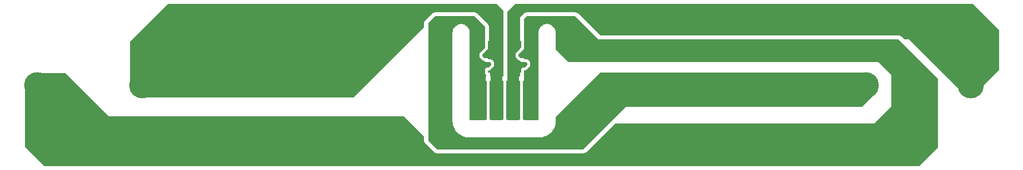
<source format=gbr>
%TF.GenerationSoftware,Altium Limited,Altium Designer,20.2.6 (244)*%
G04 Layer_Physical_Order=1*
G04 Layer_Color=255*
%FSLAX45Y45*%
%MOMM*%
%TF.SameCoordinates,5F830152-65C5-4415-BC49-C393C33858C2*%
%TF.FilePolarity,Positive*%
%TF.FileFunction,Copper,L1,Top,Signal*%
%TF.Part,Single*%
G01*
G75*
%TA.AperFunction,SMDPad,CuDef*%
%ADD10R,0.50000X0.50000*%
%ADD11C,4.00000*%
%ADD12R,1.00000X6.00000*%
G36*
X15779471Y2492119D02*
X15788097Y2491903D01*
X16183469Y2096532D01*
Y1487830D01*
X15945447Y1249810D01*
X15636246Y1127022D01*
X14813268Y1950000D01*
X14741283D01*
X14698026Y1993257D01*
X14678178Y2006519D01*
X14654767Y2011175D01*
X10107093D01*
X9771754Y2346515D01*
X9751907Y2359776D01*
X9728496Y2364433D01*
X8988010D01*
X8964599Y2359776D01*
X8944752Y2346515D01*
X8901495Y2303257D01*
X8888234Y2283411D01*
X8883577Y2260000D01*
X8883578Y1933361D01*
X8884370Y1929377D01*
X8904762Y1929377D01*
X8904759Y1834388D01*
X8883578Y1813202D01*
Y1800878D01*
X8830930Y1748211D01*
X8830929Y1748211D01*
X8830928Y1748210D01*
X8830915Y1748197D01*
X8826648Y1741809D01*
X8822084Y1734983D01*
X8822082Y1734972D01*
X8822076Y1734964D01*
X8820478Y1726922D01*
X8818975Y1719376D01*
Y1719358D01*
X8818974Y1719356D01*
X8818975Y1719355D01*
X8818968Y1696893D01*
X8818969Y1696886D01*
X8818968Y1696880D01*
X8820556Y1688895D01*
X8822067Y1681285D01*
X8822071Y1681279D01*
X8822072Y1681273D01*
X8826391Y1674809D01*
X8830904Y1668051D01*
X8830909Y1668047D01*
X8830913Y1668042D01*
X8868419Y1630536D01*
X8868419Y1630535D01*
X8868420Y1630535D01*
X8875002Y1626137D01*
X8881650Y1621695D01*
X8881651Y1621695D01*
X8881651Y1621694D01*
X8891213Y1619793D01*
X8895285Y1613699D01*
X8899837Y1606884D01*
X8982259Y1606872D01*
X8999753Y1589378D01*
X8999750Y1561866D01*
X8954762Y1516878D01*
X8917249Y1516878D01*
X8904753Y1504377D01*
X8904749Y1439377D01*
X8884358Y1439377D01*
X8883579Y1435461D01*
X8883579Y1392108D01*
X8874598Y1383128D01*
X8865539D01*
Y714667D01*
X8691339D01*
Y1368659D01*
X8694217Y1383128D01*
Y2370464D01*
X8816069Y2492317D01*
X15755722D01*
X15755724Y2492317D01*
X15755727Y2492317D01*
X15763643Y2492317D01*
X15779471Y2492119D01*
D02*
G37*
G36*
X8527683Y2492317D02*
X8633041Y2386959D01*
Y1383128D01*
X8611539D01*
Y714667D01*
X8437339D01*
Y1383128D01*
X8433532D01*
X8433532Y1383128D01*
Y1405477D01*
X8432357Y1411386D01*
X8432357Y1417409D01*
X8430051Y1422976D01*
X8428875Y1428888D01*
X8425528Y1433897D01*
X8423257Y1439381D01*
X8393611Y1439383D01*
X8393609Y1464374D01*
X8398621Y1469376D01*
X8414781Y1469375D01*
Y1478313D01*
X8419225Y1479197D01*
X8432457Y1488038D01*
X8477441Y1533022D01*
X8477442Y1533023D01*
X8477442Y1533024D01*
X8477445Y1533026D01*
X8481206Y1538655D01*
X8486284Y1546253D01*
X8486285Y1546255D01*
X8486286Y1546257D01*
X8488086Y1555308D01*
X8489390Y1561860D01*
Y1561863D01*
X8489390Y1561864D01*
X8489390Y1561866D01*
X8489393Y1589372D01*
X8489392Y1589374D01*
X8489393Y1589376D01*
X8487800Y1597385D01*
X8486290Y1604980D01*
X8486289Y1604981D01*
X8486288Y1604984D01*
X8481848Y1611629D01*
X8477451Y1618212D01*
X8477449Y1618213D01*
X8477448Y1618215D01*
X8459954Y1635708D01*
X8453943Y1639725D01*
X8446728Y1644547D01*
X8446725Y1644548D01*
X8446723Y1644549D01*
X8438096Y1646265D01*
X8431121Y1647654D01*
X8431117D01*
X8431115Y1647654D01*
X8431114Y1647654D01*
X8401218Y1647658D01*
X8400846Y1648351D01*
X8393611Y1657145D01*
Y1659374D01*
X8346114Y1659372D01*
X8308608Y1696878D01*
X8308615Y1719361D01*
X8393617Y1804392D01*
X8393612Y1929376D01*
X8414004D01*
X8414781Y1933283D01*
Y2138750D01*
X8410125Y2162161D01*
X8396863Y2182008D01*
X8232356Y2346515D01*
X8212509Y2359776D01*
X8189098Y2364433D01*
X7589931D01*
X7566520Y2359776D01*
X7546673Y2346515D01*
X7443416Y2243257D01*
X7430155Y2223411D01*
X7425498Y2200000D01*
Y2138825D01*
X6346673Y1060000D01*
X3102092D01*
X2943983Y1250000D01*
Y1913983D01*
X3522317Y2492317D01*
X8527683D01*
D02*
G37*
G36*
X8353606Y2138750D02*
Y1933283D01*
X8352829Y1929376D01*
X8352829Y1929375D01*
X8352829Y1929375D01*
X8353619D01*
X8353616Y1834386D01*
X8352832Y1833602D01*
X8352833Y1821281D01*
X8279786Y1748209D01*
X8279786Y1748209D01*
X8279785Y1748208D01*
X8279772Y1748195D01*
X8275505Y1741807D01*
X8270941Y1734981D01*
X8270938Y1734970D01*
X8270933Y1734962D01*
X8269334Y1726920D01*
X8267831Y1719374D01*
Y1719356D01*
X8267831Y1719354D01*
X8267831Y1719353D01*
X8267824Y1696891D01*
X8267825Y1696884D01*
X8267824Y1696878D01*
X8269412Y1688892D01*
X8270924Y1681283D01*
X8270927Y1681277D01*
X8270929Y1681271D01*
X8275248Y1674807D01*
X8279760Y1668049D01*
X8279766Y1668045D01*
X8279770Y1668040D01*
X8317275Y1630534D01*
X8317276Y1630533D01*
X8317276Y1630533D01*
X8323859Y1626135D01*
X8330507Y1621693D01*
X8330507Y1621693D01*
X8330508Y1621692D01*
X8335413Y1620717D01*
X8346113Y1618588D01*
X8353606Y1609482D01*
Y1606881D01*
X8431115Y1606870D01*
X8448609Y1589376D01*
X8448606Y1561864D01*
X8403618Y1516876D01*
X8366106Y1516876D01*
X8353610Y1504375D01*
X8353606Y1439375D01*
X8352828D01*
X8354484Y1431053D01*
X8355931Y1423778D01*
X8355932Y1423776D01*
X8355933Y1423773D01*
X8360634Y1416739D01*
X8364770Y1410547D01*
X8364773Y1410545D01*
X8364774Y1410543D01*
X8370967Y1406406D01*
X8372356Y1405477D01*
Y1383128D01*
X8357539D01*
Y714667D01*
X8119667D01*
Y2053491D01*
X8119666Y2053492D01*
X8119667Y2053918D01*
X8119585Y2054331D01*
X8119661Y2054744D01*
X8119649Y2055666D01*
X8119566Y2056061D01*
X8119634Y2056458D01*
X8119610Y2057380D01*
X8119521Y2057774D01*
X8119584Y2058172D01*
X8119549Y2059094D01*
X8119451Y2059502D01*
X8119511Y2059918D01*
X8119488Y2060352D01*
X8119488Y2060353D01*
X8119457Y2060964D01*
X8119325Y2061485D01*
X8119393Y2062017D01*
X8119308Y2063238D01*
X8119165Y2063763D01*
X8119225Y2064305D01*
X8119119Y2065525D01*
X8118969Y2066042D01*
X8119018Y2066578D01*
X8118891Y2067796D01*
X8118733Y2068306D01*
X8118773Y2068839D01*
X8118700Y2069447D01*
X8118683Y2069498D01*
X8118687Y2069553D01*
X8117173Y2081810D01*
X8113837Y2091902D01*
X8110944Y2102130D01*
X8099712Y2124130D01*
X8093125Y2132471D01*
X8086906Y2141093D01*
X8068826Y2157922D01*
X8059783Y2163506D01*
X8050990Y2169479D01*
X8028243Y2179107D01*
X8017833Y2181261D01*
X8007529Y2183865D01*
X7995195Y2184497D01*
X7995159Y2184491D01*
X7995124Y2184500D01*
X7994678Y2184522D01*
X7994292Y2184466D01*
X7993913Y2184556D01*
X7993020Y2184589D01*
X7992644Y2184529D01*
X7992272Y2184613D01*
X7991378Y2184636D01*
X7990986Y2184568D01*
X7990596Y2184650D01*
X7989703Y2184662D01*
X7989337Y2184594D01*
X7988973Y2184666D01*
X7988526Y2184667D01*
X7988525Y2184666D01*
X7988492D01*
X7988491Y2184667D01*
X7988490Y2184666D01*
X7988064Y2184667D01*
X7987651Y2184585D01*
X7987238Y2184662D01*
X7986316Y2184650D01*
X7985921Y2184566D01*
X7985524Y2184634D01*
X7984602Y2184610D01*
X7984208Y2184521D01*
X7983810Y2184585D01*
X7982888Y2184549D01*
X7982496Y2184455D01*
X7982098Y2184513D01*
X7981637Y2184489D01*
X7981633Y2184488D01*
X7981629Y2184489D01*
X7981018Y2184457D01*
X7980497Y2184325D01*
X7979965Y2184393D01*
X7978744Y2184309D01*
X7978218Y2184166D01*
X7977677Y2184226D01*
X7976457Y2184120D01*
X7975940Y2183969D01*
X7975404Y2184019D01*
X7974186Y2183892D01*
X7973662Y2183729D01*
X7973115Y2183770D01*
X7972507Y2183696D01*
X7972470Y2183684D01*
X7972429Y2183687D01*
X7960172Y2182173D01*
X7950080Y2178838D01*
X7939852Y2175944D01*
X7917852Y2164712D01*
X7909511Y2158125D01*
X7900889Y2151907D01*
X7884060Y2133826D01*
X7878476Y2124783D01*
X7872503Y2115990D01*
X7862875Y2093243D01*
X7860722Y2082835D01*
X7858117Y2072528D01*
X7857485Y2060194D01*
X7857491Y2060159D01*
X7857482Y2060125D01*
X7857460Y2059678D01*
X7857516Y2059293D01*
X7857426Y2058913D01*
X7857392Y2058020D01*
X7857453Y2057644D01*
X7857369Y2057272D01*
X7857346Y2056379D01*
X7857414Y2055986D01*
X7857332Y2055597D01*
X7857320Y2054703D01*
X7857391Y2054320D01*
X7857316Y2053938D01*
Y703504D01*
X7857315Y702252D01*
X7857395Y701849D01*
X7857320Y701445D01*
X7857353Y698941D01*
X7857436Y698548D01*
X7857368Y698153D01*
X7857433Y695650D01*
X7857522Y695256D01*
X7857459Y694856D01*
X7857556Y692354D01*
X7857651Y691957D01*
X7857592Y691553D01*
X7857657Y690303D01*
X7857742Y688660D01*
X7857877Y688131D01*
X7857807Y687589D01*
X7858037Y684274D01*
X7858179Y683754D01*
X7858120Y683217D01*
X7858407Y679907D01*
X7858558Y679388D01*
X7858508Y678851D01*
X7858853Y675546D01*
X7859013Y675027D01*
X7858973Y674485D01*
X7859174Y672836D01*
X7859188Y672793D01*
X7859185Y672746D01*
X7861223Y656238D01*
X7862907Y651145D01*
X7863448Y645807D01*
X7873198Y614002D01*
X7875741Y609277D01*
X7877202Y604114D01*
X7892328Y574486D01*
X7895654Y570275D01*
X7897989Y565445D01*
X7918031Y538895D01*
X7922037Y535325D01*
X7925176Y530974D01*
X7949527Y508309D01*
X7954092Y505490D01*
X7957939Y501750D01*
X7985856Y483659D01*
X7990842Y481676D01*
X7995280Y478661D01*
X8025915Y465695D01*
X8031169Y464608D01*
X8036063Y462410D01*
X8068485Y454963D01*
X8073848Y454805D01*
X8079050Y453490D01*
X8095661Y452639D01*
X8095696Y452644D01*
X8095730Y452636D01*
X8096941Y452575D01*
X8097322Y452631D01*
X8097697Y452542D01*
X8100121Y452450D01*
X8100511Y452512D01*
X8100896Y452426D01*
X8103321Y452365D01*
X8103704Y452431D01*
X8104084Y452351D01*
X8106509Y452320D01*
X8106900Y452393D01*
X8107291Y452316D01*
X8108504Y452316D01*
X9178478D01*
X9179730Y452316D01*
X9180133Y452396D01*
X9180537Y452321D01*
X9183041Y452353D01*
X9183434Y452437D01*
X9183829Y452369D01*
X9186332Y452433D01*
X9186726Y452523D01*
X9187126Y452459D01*
X9189628Y452556D01*
X9190019Y452650D01*
X9190416Y452592D01*
X9193322Y452743D01*
X9193851Y452877D01*
X9194393Y452807D01*
X9197708Y453037D01*
X9198228Y453179D01*
X9198765Y453120D01*
X9202075Y453407D01*
X9202594Y453558D01*
X9203131Y453508D01*
X9206436Y453853D01*
X9206955Y454014D01*
X9207497Y453973D01*
X9209146Y454174D01*
X9209189Y454188D01*
X9209236Y454185D01*
X9225744Y456223D01*
X9230837Y457907D01*
X9236175Y458448D01*
X9267980Y468198D01*
X9272705Y470741D01*
X9277868Y472202D01*
X9307496Y487328D01*
X9311707Y490654D01*
X9316537Y492989D01*
X9343087Y513031D01*
X9346657Y517038D01*
X9351008Y520177D01*
X9373673Y544527D01*
X9376492Y549092D01*
X9380232Y552939D01*
X9398323Y580856D01*
X9400306Y585842D01*
X9403321Y590280D01*
X9416287Y620915D01*
X9417374Y626169D01*
X9419572Y631063D01*
X9427019Y663485D01*
X9427177Y668848D01*
X9428492Y674050D01*
X9429343Y690661D01*
X9429338Y690696D01*
X9429346Y690730D01*
X9429407Y691941D01*
X9429351Y692322D01*
X9429440Y692697D01*
X9429532Y695121D01*
X9429470Y695511D01*
X9429556Y695896D01*
X9429617Y698321D01*
X9429551Y698704D01*
X9429631Y699084D01*
X9429662Y701509D01*
X9429589Y701901D01*
X9429666Y702291D01*
X9429666Y703504D01*
Y764658D01*
X10105008Y1440000D01*
X14154625D01*
X14280000Y1100000D01*
X14100000Y920000D01*
X10498069D01*
X9848069Y270000D01*
X7620000D01*
X7486673Y403327D01*
Y2200000D01*
X7589931Y2303257D01*
X8189098D01*
X8353606Y2138750D01*
D02*
G37*
G36*
X10081754Y1950000D02*
X14654767D01*
X15256671Y1348097D01*
Y296670D01*
X14974666Y14665D01*
X1635335D01*
X1339033Y310967D01*
Y1267647D01*
X1531626Y1434737D01*
X1960263D01*
X2625000Y770000D01*
X7120000D01*
X7425498Y464502D01*
Y403327D01*
X7430155Y379916D01*
X7443416Y360069D01*
X7576743Y226742D01*
X7596589Y213481D01*
X7620000Y208825D01*
X9848069D01*
X9871480Y213481D01*
X9891326Y226742D01*
X10331082Y666499D01*
X14280000D01*
X14539999Y926499D01*
Y1412552D01*
X14345665Y1606887D01*
X9620978D01*
X9429666Y1798199D01*
Y2053491D01*
X9429666Y2053492D01*
X9429666Y2053918D01*
X9429585Y2054331D01*
X9429661Y2054744D01*
X9429649Y2055666D01*
X9429566Y2056061D01*
X9429634Y2056458D01*
X9429610Y2057380D01*
X9429521Y2057774D01*
X9429584Y2058172D01*
X9429549Y2059094D01*
X9429455Y2059486D01*
X9429513Y2059884D01*
X9429489Y2060345D01*
X9429488Y2060349D01*
X9429489Y2060353D01*
X9429457Y2060964D01*
X9429325Y2061485D01*
X9429393Y2062017D01*
X9429308Y2063238D01*
X9429166Y2063763D01*
X9429225Y2064305D01*
X9429119Y2065525D01*
X9428969Y2066042D01*
X9429018Y2066578D01*
X9428891Y2067796D01*
X9428730Y2068318D01*
X9428771Y2068864D01*
X9428696Y2069472D01*
X9428683Y2069511D01*
X9428687Y2069553D01*
X9427173Y2081810D01*
X9423837Y2091902D01*
X9420944Y2102130D01*
X9409712Y2124130D01*
X9403125Y2132471D01*
X9396906Y2141093D01*
X9378826Y2157922D01*
X9369783Y2163506D01*
X9360990Y2169479D01*
X9338243Y2179107D01*
X9327834Y2181261D01*
X9317529Y2183865D01*
X9305195Y2184497D01*
X9305159Y2184491D01*
X9305125Y2184500D01*
X9304678Y2184522D01*
X9304293Y2184466D01*
X9303913Y2184556D01*
X9303020Y2184589D01*
X9302644Y2184529D01*
X9302272Y2184613D01*
X9301379Y2184636D01*
X9300986Y2184568D01*
X9300597Y2184650D01*
X9299703Y2184662D01*
X9299338Y2184594D01*
X9298973Y2184666D01*
X9298526Y2184667D01*
X9298524Y2184666D01*
X9298492D01*
X9298491Y2184667D01*
X9298490Y2184666D01*
X9298063Y2184667D01*
X9297651Y2184585D01*
X9297238Y2184662D01*
X9296316Y2184650D01*
X9295921Y2184566D01*
X9295523Y2184634D01*
X9294601Y2184610D01*
X9294208Y2184521D01*
X9293810Y2184585D01*
X9292888Y2184549D01*
X9292495Y2184455D01*
X9292094Y2184513D01*
X9291634Y2184489D01*
X9291631Y2184489D01*
X9291629Y2184489D01*
X9291018Y2184457D01*
X9290497Y2184325D01*
X9289965Y2184393D01*
X9288744Y2184309D01*
X9288219Y2184166D01*
X9287677Y2184226D01*
X9286457Y2184120D01*
X9285940Y2183969D01*
X9285404Y2184019D01*
X9284186Y2183892D01*
X9283664Y2183730D01*
X9283118Y2183771D01*
X9282510Y2183697D01*
X9282471Y2183684D01*
X9282429Y2183687D01*
X9270171Y2182173D01*
X9260080Y2178838D01*
X9249851Y2175944D01*
X9227852Y2164712D01*
X9219511Y2158125D01*
X9210889Y2151907D01*
X9194060Y2133826D01*
X9188476Y2124783D01*
X9182503Y2115990D01*
X9172875Y2093243D01*
X9170722Y2082835D01*
X9168117Y2072528D01*
X9167485Y2060194D01*
X9167490Y2060159D01*
X9167482Y2060125D01*
X9167459Y2059678D01*
X9167516Y2059293D01*
X9167426Y2058913D01*
X9167392Y2058020D01*
X9167453Y2057644D01*
X9167369Y2057272D01*
X9167346Y2056379D01*
X9167414Y2055986D01*
X9167331Y2055597D01*
X9167320Y2054703D01*
X9167395Y2054303D01*
X9167315Y2053903D01*
X9167316Y2053456D01*
Y714667D01*
X8945339D01*
Y1383128D01*
X8944754D01*
X8944754Y1435461D01*
X8945533Y1439375D01*
Y1439385D01*
X8944754D01*
X8944752Y1464376D01*
X8945534Y1465157D01*
X8945535Y1476095D01*
X8954762D01*
X8958637Y1476866D01*
X8970369Y1479199D01*
X8970369Y1479199D01*
X8970369D01*
X8977029Y1483650D01*
X8983600Y1488040D01*
X9028584Y1533024D01*
X9028585Y1533025D01*
X9028586Y1533026D01*
X9028588Y1533028D01*
X9032349Y1538657D01*
X9037427Y1546255D01*
X9037428Y1546258D01*
X9037429Y1546259D01*
X9039229Y1555310D01*
X9040533Y1561862D01*
Y1561865D01*
X9040534Y1561866D01*
X9040533Y1561868D01*
X9040536Y1589374D01*
X9040536Y1589376D01*
X9040536Y1589378D01*
X9038943Y1597387D01*
X9037433Y1604982D01*
X9037432Y1604983D01*
X9037432Y1604986D01*
X9032991Y1611632D01*
X9028594Y1618214D01*
X9028592Y1618215D01*
X9028591Y1618217D01*
X9011097Y1635710D01*
X9005086Y1639727D01*
X8997872Y1644549D01*
X8997868Y1644550D01*
X8997866Y1644551D01*
X8989240Y1646267D01*
X8982265Y1647656D01*
X8982260D01*
X8982259Y1647656D01*
X8982258Y1647656D01*
X8944754Y1647661D01*
Y1659376D01*
X8897257Y1659374D01*
X8859751Y1696880D01*
X8859758Y1719363D01*
X8944753Y1804387D01*
Y1830418D01*
X8944759Y1830448D01*
X8944756Y1929378D01*
X8945545D01*
X8944753Y1933361D01*
X8944752Y2260000D01*
X8988010Y2303257D01*
X9728496D01*
X10081754Y1950000D01*
D02*
G37*
D10*
X8832255Y1859376D02*
D03*
X9014755D02*
D03*
X8281111Y1859374D02*
D03*
X8463611D02*
D03*
D11*
X3133087Y1250000D02*
D03*
X1533088D02*
D03*
X14156088D02*
D03*
X15756088D02*
D03*
D12*
X8721539Y1023128D02*
D03*
X8835339D02*
D03*
X9089339Y1023128D02*
D03*
X8975539D02*
D03*
X8467539D02*
D03*
X8581339D02*
D03*
X8327339Y1023128D02*
D03*
X8213539D02*
D03*
%TF.MD5,556f604936a91d46e6d2afe24570efca*%
M02*

</source>
